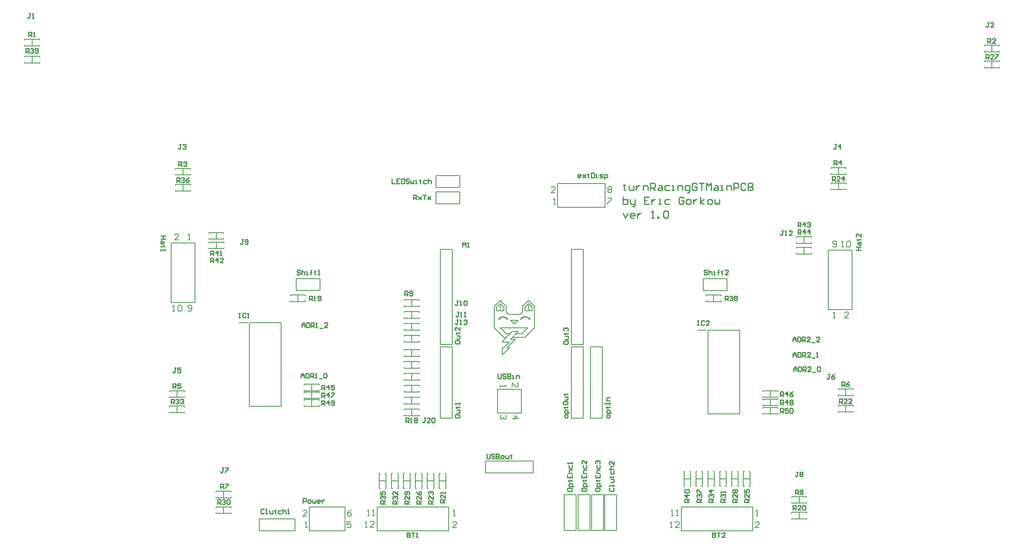
<source format=gto>
G04*
G04 #@! TF.GenerationSoftware,Altium Limited,Altium Designer,18.1.11 (251)*
G04*
G04 Layer_Color=65535*
%FSLAX25Y25*%
%MOIN*%
G70*
G01*
G75*
%ADD10C,0.01000*%
%ADD11C,0.00787*%
%ADD12C,0.00591*%
%ADD13C,0.00600*%
%ADD14C,0.00700*%
D10*
X497000Y246500D02*
X496378Y247260D01*
X495604Y247866D01*
X494718Y248289D01*
X493760Y248509D01*
X492777Y248514D01*
X491817Y248304D01*
X490926Y247890D01*
X490147Y247292D01*
X489517Y246538D01*
X478483Y246462D02*
X477861Y247222D01*
X477088Y247828D01*
X476201Y248251D01*
X475243Y248470D01*
X474261Y248475D01*
X473301Y248266D01*
X472409Y247852D01*
X471630Y247254D01*
X471000Y246500D01*
X576500Y359692D02*
Y358693D01*
X575500D01*
X577499D01*
X576500D01*
Y355694D01*
X577499Y354694D01*
X580498Y358693D02*
Y355694D01*
X581498Y354694D01*
X584497D01*
Y358693D01*
X586496D02*
Y354694D01*
Y356693D01*
X587496Y357693D01*
X588496Y358693D01*
X589496D01*
X592494Y354694D02*
Y358693D01*
X595494D01*
X596493Y357693D01*
Y354694D01*
X598493D02*
Y360692D01*
X601492D01*
X602491Y359692D01*
Y357693D01*
X601492Y356693D01*
X598493D01*
X600492D02*
X602491Y354694D01*
X605490Y358693D02*
X607490D01*
X608489Y357693D01*
Y354694D01*
X605490D01*
X604491Y355694D01*
X605490Y356693D01*
X608489D01*
X614487Y358693D02*
X611488D01*
X610489Y357693D01*
Y355694D01*
X611488Y354694D01*
X614487D01*
X616487D02*
X618486D01*
X617486D01*
Y358693D01*
X616487D01*
X621485Y354694D02*
Y358693D01*
X624484D01*
X625484Y357693D01*
Y354694D01*
X629483Y352695D02*
X630482D01*
X631482Y353694D01*
Y358693D01*
X628483D01*
X627483Y357693D01*
Y355694D01*
X628483Y354694D01*
X631482D01*
X637480Y359692D02*
X636480Y360692D01*
X634481D01*
X633481Y359692D01*
Y355694D01*
X634481Y354694D01*
X636480D01*
X637480Y355694D01*
Y357693D01*
X635481D01*
X639479Y360692D02*
X643478D01*
X641479D01*
Y354694D01*
X645477D02*
Y360692D01*
X647477Y358693D01*
X649476Y360692D01*
Y354694D01*
X652475Y358693D02*
X654474D01*
X655474Y357693D01*
Y354694D01*
X652475D01*
X651475Y355694D01*
X652475Y356693D01*
X655474D01*
X657474Y354694D02*
X659473D01*
X658473D01*
Y358693D01*
X657474D01*
X662472Y354694D02*
Y358693D01*
X665471D01*
X666471Y357693D01*
Y354694D01*
X668470D02*
Y360692D01*
X671469D01*
X672469Y359692D01*
Y357693D01*
X671469Y356693D01*
X668470D01*
X678467Y359692D02*
X677467Y360692D01*
X675468D01*
X674468Y359692D01*
Y355694D01*
X675468Y354694D01*
X677467D01*
X678467Y355694D01*
X680466Y360692D02*
Y354694D01*
X683465D01*
X684465Y355694D01*
Y356693D01*
X683465Y357693D01*
X680466D01*
X683465D01*
X684465Y358693D01*
Y359692D01*
X683465Y360692D01*
X680466D01*
X575500Y349095D02*
Y343097D01*
X578499D01*
X579499Y344097D01*
Y345096D01*
Y346096D01*
X578499Y347096D01*
X575500D01*
X581498D02*
Y344097D01*
X582498Y343097D01*
X585497D01*
Y342097D01*
X584497Y341098D01*
X583497D01*
X585497Y343097D02*
Y347096D01*
X597493Y349095D02*
X593494D01*
Y343097D01*
X597493D01*
X593494Y346096D02*
X595494D01*
X599492Y347096D02*
Y343097D01*
Y345096D01*
X600492Y346096D01*
X601492Y347096D01*
X602491D01*
X605490Y343097D02*
X607490D01*
X606490D01*
Y347096D01*
X605490D01*
X614487D02*
X611488D01*
X610489Y346096D01*
Y344097D01*
X611488Y343097D01*
X614487D01*
X626483Y348095D02*
X625484Y349095D01*
X623485D01*
X622485Y348095D01*
Y344097D01*
X623485Y343097D01*
X625484D01*
X626483Y344097D01*
Y346096D01*
X624484D01*
X629483Y343097D02*
X631482D01*
X632482Y344097D01*
Y346096D01*
X631482Y347096D01*
X629483D01*
X628483Y346096D01*
Y344097D01*
X629483Y343097D01*
X634481Y347096D02*
Y343097D01*
Y345096D01*
X635481Y346096D01*
X636480Y347096D01*
X637480D01*
X640479Y343097D02*
Y349095D01*
Y345096D02*
X643478Y347096D01*
X640479Y345096D02*
X643478Y343097D01*
X647477D02*
X649476D01*
X650476Y344097D01*
Y346096D01*
X649476Y347096D01*
X647477D01*
X646477Y346096D01*
Y344097D01*
X647477Y343097D01*
X652475Y347096D02*
Y344097D01*
X653475Y343097D01*
X654474Y344097D01*
X655474Y343097D01*
X656474Y344097D01*
Y347096D01*
X575500Y335499D02*
X577499Y331500D01*
X579499Y335499D01*
X584497Y331500D02*
X582498D01*
X581498Y332500D01*
Y334499D01*
X582498Y335499D01*
X584497D01*
X585497Y334499D01*
Y333499D01*
X581498D01*
X587496Y335499D02*
Y331500D01*
Y333499D01*
X588496Y334499D01*
X589496Y335499D01*
X590495D01*
X599492Y331500D02*
X601492D01*
X600492D01*
Y337498D01*
X599492Y336498D01*
X604491Y331500D02*
Y332500D01*
X605490D01*
Y331500D01*
X604491D01*
X609489Y336498D02*
X610489Y337498D01*
X612488D01*
X613488Y336498D01*
Y332500D01*
X612488Y331500D01*
X610489D01*
X609489Y332500D01*
Y336498D01*
X440700Y307000D02*
Y310936D01*
X442012Y309624D01*
X443324Y310936D01*
Y307000D01*
X444636D02*
X445948D01*
X445292D01*
Y310936D01*
X444636Y310280D01*
X461000Y133156D02*
Y129876D01*
X461656Y129220D01*
X462968D01*
X463624Y129876D01*
Y133156D01*
X467560Y132500D02*
X466904Y133156D01*
X465592D01*
X464936Y132500D01*
Y131844D01*
X465592Y131188D01*
X466904D01*
X467560Y130532D01*
Y129876D01*
X466904Y129220D01*
X465592D01*
X464936Y129876D01*
X468871Y133156D02*
Y129220D01*
X470839D01*
X471495Y129876D01*
Y130532D01*
X470839Y131188D01*
X468871D01*
X470839D01*
X471495Y131844D01*
Y132500D01*
X470839Y133156D01*
X468871D01*
X473463Y129220D02*
X474775D01*
X475431Y129876D01*
Y131188D01*
X474775Y131844D01*
X473463D01*
X472807Y131188D01*
Y129876D01*
X473463Y129220D01*
X476743Y131844D02*
Y129876D01*
X477399Y129220D01*
X479367D01*
Y131844D01*
X481335Y132500D02*
Y131844D01*
X480679D01*
X481991D01*
X481335D01*
Y129876D01*
X481991Y129220D01*
X470600Y200536D02*
Y197256D01*
X471256Y196600D01*
X472568D01*
X473224Y197256D01*
Y200536D01*
X477160Y199880D02*
X476504Y200536D01*
X475192D01*
X474536Y199880D01*
Y199224D01*
X475192Y198568D01*
X476504D01*
X477160Y197912D01*
Y197256D01*
X476504Y196600D01*
X475192D01*
X474536Y197256D01*
X478472Y200536D02*
Y196600D01*
X480439D01*
X481095Y197256D01*
Y197912D01*
X480439Y198568D01*
X478472D01*
X480439D01*
X481095Y199224D01*
Y199880D01*
X480439Y200536D01*
X478472D01*
X482407Y196600D02*
X483719D01*
X483063D01*
Y199224D01*
X482407D01*
X485687Y196600D02*
Y199224D01*
X487655D01*
X488311Y198568D01*
Y196600D01*
X539468Y365500D02*
X538156D01*
X537500Y366156D01*
Y367468D01*
X538156Y368124D01*
X539468D01*
X540124Y367468D01*
Y366812D01*
X537500D01*
X541436Y368124D02*
X544060Y365500D01*
X542748Y366812D01*
X544060Y368124D01*
X541436Y365500D01*
X546027Y368780D02*
Y368124D01*
X545371D01*
X546683D01*
X546027D01*
Y366156D01*
X546683Y365500D01*
X548651Y369436D02*
Y365500D01*
X550619D01*
X551275Y366156D01*
Y368780D01*
X550619Y369436D01*
X548651D01*
X552587Y365500D02*
X553899D01*
X553243D01*
Y368124D01*
X552587D01*
X555867Y365500D02*
X557835D01*
X558491Y366156D01*
X557835Y366812D01*
X556523D01*
X555867Y367468D01*
X556523Y368124D01*
X558491D01*
X559802Y364188D02*
Y368124D01*
X561770D01*
X562426Y367468D01*
Y366156D01*
X561770Y365500D01*
X559802D01*
X306900Y91900D02*
Y95836D01*
X308868D01*
X309524Y95180D01*
Y93868D01*
X308868Y93212D01*
X306900D01*
X311492Y91900D02*
X312804D01*
X313460Y92556D01*
Y93868D01*
X312804Y94524D01*
X311492D01*
X310836Y93868D01*
Y92556D01*
X311492Y91900D01*
X314772Y94524D02*
Y92556D01*
X315427Y91900D01*
X316083Y92556D01*
X316739Y91900D01*
X317395Y92556D01*
Y94524D01*
X320675Y91900D02*
X319363D01*
X318707Y92556D01*
Y93868D01*
X319363Y94524D01*
X320675D01*
X321331Y93868D01*
Y93212D01*
X318707D01*
X322643Y94524D02*
Y91900D01*
Y93212D01*
X323299Y93868D01*
X323955Y94524D01*
X324611D01*
X650478Y66936D02*
Y63000D01*
X652446D01*
X653102Y63656D01*
Y64312D01*
X652446Y64968D01*
X650478D01*
X652446D01*
X653102Y65624D01*
Y66280D01*
X652446Y66936D01*
X650478D01*
X654414D02*
X657038D01*
X655726D01*
Y63000D01*
X660974D02*
X658350D01*
X660974Y65624D01*
Y66280D01*
X660318Y66936D01*
X659006D01*
X658350Y66280D01*
X394000Y66936D02*
Y63000D01*
X395968D01*
X396624Y63656D01*
Y64312D01*
X395968Y64968D01*
X394000D01*
X395968D01*
X396624Y65624D01*
Y66280D01*
X395968Y66936D01*
X394000D01*
X397936D02*
X400560D01*
X399248D01*
Y63000D01*
X401871D02*
X403183D01*
X402527D01*
Y66936D01*
X401871Y66280D01*
X646124Y286980D02*
X645468Y287636D01*
X644156D01*
X643500Y286980D01*
Y286324D01*
X644156Y285668D01*
X645468D01*
X646124Y285012D01*
Y284356D01*
X645468Y283700D01*
X644156D01*
X643500Y284356D01*
X647436Y287636D02*
Y283700D01*
Y285668D01*
X648092Y286324D01*
X649404D01*
X650060Y285668D01*
Y283700D01*
X651371D02*
X652683D01*
X652027D01*
Y286324D01*
X651371D01*
X655307Y283700D02*
Y286980D01*
Y285668D01*
X654651D01*
X655963D01*
X655307D01*
Y286980D01*
X655963Y287636D01*
X658587Y286980D02*
Y286324D01*
X657931D01*
X659243D01*
X658587D01*
Y284356D01*
X659243Y283700D01*
X663835D02*
X661211D01*
X663835Y286324D01*
Y286980D01*
X663179Y287636D01*
X661867D01*
X661211Y286980D01*
X304324D02*
X303668Y287636D01*
X302356D01*
X301700Y286980D01*
Y286324D01*
X302356Y285668D01*
X303668D01*
X304324Y285012D01*
Y284356D01*
X303668Y283700D01*
X302356D01*
X301700Y284356D01*
X305636Y287636D02*
Y283700D01*
Y285668D01*
X306292Y286324D01*
X307604D01*
X308260Y285668D01*
Y283700D01*
X309572D02*
X310883D01*
X310227D01*
Y286324D01*
X309572D01*
X313507Y283700D02*
Y286980D01*
Y285668D01*
X312851D01*
X314163D01*
X313507D01*
Y286980D01*
X314163Y287636D01*
X316787Y286980D02*
Y286324D01*
X316131D01*
X317443D01*
X316787D01*
Y284356D01*
X317443Y283700D01*
X319411D02*
X320723D01*
X320067D01*
Y287636D01*
X319411Y286980D01*
X399500Y347000D02*
Y350936D01*
X401468D01*
X402124Y350280D01*
Y348968D01*
X401468Y348312D01*
X399500D01*
X400812D02*
X402124Y347000D01*
X403436Y349624D02*
X406060Y347000D01*
X404748Y348312D01*
X406060Y349624D01*
X403436Y347000D01*
X407372Y350936D02*
X409995D01*
X408683D01*
Y347000D01*
X411307Y349624D02*
X413931Y347000D01*
X412619Y348312D01*
X413931Y349624D01*
X411307Y347000D01*
X707500Y167500D02*
Y171436D01*
X709468D01*
X710124Y170780D01*
Y169468D01*
X709468Y168812D01*
X707500D01*
X708812D02*
X710124Y167500D01*
X714060Y171436D02*
X711436D01*
Y169468D01*
X712748Y170124D01*
X713404D01*
X714060Y169468D01*
Y168156D01*
X713404Y167500D01*
X712092D01*
X711436Y168156D01*
X715372Y170780D02*
X716027Y171436D01*
X717339D01*
X717995Y170780D01*
Y168156D01*
X717339Y167500D01*
X716027D01*
X715372Y168156D01*
Y170780D01*
X322457Y174000D02*
Y177936D01*
X324425D01*
X325080Y177280D01*
Y175968D01*
X324425Y175312D01*
X322457D01*
X323769D02*
X325080Y174000D01*
X328360D02*
Y177936D01*
X326392Y175968D01*
X329016D01*
X330328Y174656D02*
X330984Y174000D01*
X332296D01*
X332952Y174656D01*
Y177280D01*
X332296Y177936D01*
X330984D01*
X330328Y177280D01*
Y176624D01*
X330984Y175968D01*
X332952D01*
X707500Y174500D02*
Y178436D01*
X709468D01*
X710124Y177780D01*
Y176468D01*
X709468Y175812D01*
X707500D01*
X708812D02*
X710124Y174500D01*
X713404D02*
Y178436D01*
X711436Y176468D01*
X714060D01*
X715372Y177780D02*
X716027Y178436D01*
X717339D01*
X717995Y177780D01*
Y177124D01*
X717339Y176468D01*
X717995Y175812D01*
Y175156D01*
X717339Y174500D01*
X716027D01*
X715372Y175156D01*
Y175812D01*
X716027Y176468D01*
X715372Y177124D01*
Y177780D01*
X716027Y176468D02*
X717339D01*
X322500Y180500D02*
Y184436D01*
X324468D01*
X325124Y183780D01*
Y182468D01*
X324468Y181812D01*
X322500D01*
X323812D02*
X325124Y180500D01*
X328404D02*
Y184436D01*
X326436Y182468D01*
X329060D01*
X330371Y184436D02*
X332995D01*
Y183780D01*
X330371Y181156D01*
Y180500D01*
X707500Y181500D02*
Y185436D01*
X709468D01*
X710124Y184780D01*
Y183468D01*
X709468Y182812D01*
X707500D01*
X708812D02*
X710124Y181500D01*
X713404D02*
Y185436D01*
X711436Y183468D01*
X714060D01*
X717995Y185436D02*
X716683Y184780D01*
X715372Y183468D01*
Y182156D01*
X716027Y181500D01*
X717339D01*
X717995Y182156D01*
Y182812D01*
X717339Y183468D01*
X715372D01*
X322500Y187000D02*
Y190936D01*
X324468D01*
X325124Y190280D01*
Y188968D01*
X324468Y188312D01*
X322500D01*
X323812D02*
X325124Y187000D01*
X328404D02*
Y190936D01*
X326436Y188968D01*
X329060D01*
X332995Y190936D02*
X330371D01*
Y188968D01*
X331683Y189624D01*
X332339D01*
X332995Y188968D01*
Y187656D01*
X332339Y187000D01*
X331027D01*
X330371Y187656D01*
X722299Y317814D02*
Y321750D01*
X724267D01*
X724923Y321094D01*
Y319782D01*
X724267Y319126D01*
X722299D01*
X723611D02*
X724923Y317814D01*
X728202D02*
Y321750D01*
X726235Y319782D01*
X728858D01*
X732138Y317814D02*
Y321750D01*
X730170Y319782D01*
X732794D01*
X722299Y324000D02*
Y327936D01*
X724267D01*
X724923Y327280D01*
Y325968D01*
X724267Y325312D01*
X722299D01*
X723611D02*
X724923Y324000D01*
X728202D02*
Y327936D01*
X726235Y325968D01*
X728858D01*
X730170Y327280D02*
X730826Y327936D01*
X732138D01*
X732794Y327280D01*
Y326624D01*
X732138Y325968D01*
X731482D01*
X732138D01*
X732794Y325312D01*
Y324656D01*
X732138Y324000D01*
X730826D01*
X730170Y324656D01*
X229141Y294000D02*
Y297936D01*
X231109D01*
X231765Y297280D01*
Y295968D01*
X231109Y295312D01*
X229141D01*
X230453D02*
X231765Y294000D01*
X235045D02*
Y297936D01*
X233077Y295968D01*
X235701D01*
X239636Y294000D02*
X237013D01*
X239636Y296624D01*
Y297280D01*
X238981Y297936D01*
X237669D01*
X237013Y297280D01*
X229141Y299999D02*
Y303935D01*
X231109D01*
X231765Y303279D01*
Y301967D01*
X231109Y301311D01*
X229141D01*
X230453D02*
X231765Y299999D01*
X235045D02*
Y303935D01*
X233077Y301967D01*
X235701D01*
X237013Y299999D02*
X238325D01*
X237669D01*
Y303935D01*
X237013Y303279D01*
X631000Y92500D02*
X627064D01*
Y94468D01*
X627720Y95124D01*
X629032D01*
X629688Y94468D01*
Y92500D01*
Y93812D02*
X631000Y95124D01*
Y98404D02*
X627064D01*
X629032Y96436D01*
Y99060D01*
X627720Y100372D02*
X627064Y101028D01*
Y102339D01*
X627720Y102995D01*
X630344D01*
X631000Y102339D01*
Y101028D01*
X630344Y100372D01*
X627720D01*
X74000Y470206D02*
Y474142D01*
X75968D01*
X76624Y473486D01*
Y472174D01*
X75968Y471518D01*
X74000D01*
X75312D02*
X76624Y470206D01*
X77936Y473486D02*
X78592Y474142D01*
X79904D01*
X80560Y473486D01*
Y472830D01*
X79904Y472174D01*
X79248D01*
X79904D01*
X80560Y471518D01*
Y470862D01*
X79904Y470206D01*
X78592D01*
X77936Y470862D01*
X81871D02*
X82527Y470206D01*
X83839D01*
X84495Y470862D01*
Y473486D01*
X83839Y474142D01*
X82527D01*
X81871Y473486D01*
Y472830D01*
X82527Y472174D01*
X84495D01*
X661000Y262000D02*
Y265936D01*
X662968D01*
X663624Y265280D01*
Y263968D01*
X662968Y263312D01*
X661000D01*
X662312D02*
X663624Y262000D01*
X664936Y265280D02*
X665592Y265936D01*
X666904D01*
X667560Y265280D01*
Y264624D01*
X666904Y263968D01*
X666248D01*
X666904D01*
X667560Y263312D01*
Y262656D01*
X666904Y262000D01*
X665592D01*
X664936Y262656D01*
X668871Y265280D02*
X669527Y265936D01*
X670839D01*
X671495Y265280D01*
Y264624D01*
X670839Y263968D01*
X671495Y263312D01*
Y262656D01*
X670839Y262000D01*
X669527D01*
X668871Y262656D01*
Y263312D01*
X669527Y263968D01*
X668871Y264624D01*
Y265280D01*
X669527Y263968D02*
X670839D01*
X641500Y92500D02*
X637564D01*
Y94468D01*
X638220Y95124D01*
X639532D01*
X640188Y94468D01*
Y92500D01*
Y93812D02*
X641500Y95124D01*
X638220Y96436D02*
X637564Y97092D01*
Y98404D01*
X638220Y99060D01*
X638876D01*
X639532Y98404D01*
Y97748D01*
Y98404D01*
X640188Y99060D01*
X640844D01*
X641500Y98404D01*
Y97092D01*
X640844Y96436D01*
X637564Y100372D02*
Y102995D01*
X638220D01*
X640844Y100372D01*
X641500D01*
X200678Y361500D02*
Y365436D01*
X202645D01*
X203301Y364780D01*
Y363468D01*
X202645Y362812D01*
X200678D01*
X201990D02*
X203301Y361500D01*
X204613Y364780D02*
X205269Y365436D01*
X206581D01*
X207237Y364780D01*
Y364124D01*
X206581Y363468D01*
X205925D01*
X206581D01*
X207237Y362812D01*
Y362156D01*
X206581Y361500D01*
X205269D01*
X204613Y362156D01*
X211173Y365436D02*
X209861Y364780D01*
X208549Y363468D01*
Y362156D01*
X209205Y361500D01*
X210517D01*
X211173Y362156D01*
Y362812D01*
X210517Y363468D01*
X208549D01*
X375646Y91043D02*
X371710D01*
Y93011D01*
X372366Y93667D01*
X373678D01*
X374334Y93011D01*
Y91043D01*
Y92355D02*
X375646Y93667D01*
X372366Y94979D02*
X371710Y95635D01*
Y96947D01*
X372366Y97603D01*
X373022D01*
X373678Y96947D01*
Y96291D01*
Y96947D01*
X374334Y97603D01*
X374990D01*
X375646Y96947D01*
Y95635D01*
X374990Y94979D01*
X371710Y101539D02*
Y98915D01*
X373678D01*
X373022Y100227D01*
Y100883D01*
X373678Y101539D01*
X374990D01*
X375646Y100883D01*
Y99571D01*
X374990Y98915D01*
X651500Y92500D02*
X647564D01*
Y94468D01*
X648220Y95124D01*
X649532D01*
X650188Y94468D01*
Y92500D01*
Y93812D02*
X651500Y95124D01*
X648220Y96436D02*
X647564Y97092D01*
Y98404D01*
X648220Y99060D01*
X648876D01*
X649532Y98404D01*
Y97748D01*
Y98404D01*
X650188Y99060D01*
X650844D01*
X651500Y98404D01*
Y97092D01*
X650844Y96436D01*
X651500Y102339D02*
X647564D01*
X649532Y100372D01*
Y102995D01*
X196000Y175319D02*
Y179255D01*
X197968D01*
X198624Y178599D01*
Y177287D01*
X197968Y176631D01*
X196000D01*
X197312D02*
X198624Y175319D01*
X199936Y178599D02*
X200592Y179255D01*
X201904D01*
X202560Y178599D01*
Y177943D01*
X201904Y177287D01*
X201248D01*
X201904D01*
X202560Y176631D01*
Y175975D01*
X201904Y175319D01*
X200592D01*
X199936Y175975D01*
X203871Y178599D02*
X204527Y179255D01*
X205839D01*
X206495Y178599D01*
Y177943D01*
X205839Y177287D01*
X205183D01*
X205839D01*
X206495Y176631D01*
Y175975D01*
X205839Y175319D01*
X204527D01*
X203871Y175975D01*
X385953Y91000D02*
X382017D01*
Y92968D01*
X382673Y93624D01*
X383985D01*
X384641Y92968D01*
Y91000D01*
Y92312D02*
X385953Y93624D01*
X382673Y94936D02*
X382017Y95592D01*
Y96904D01*
X382673Y97560D01*
X383329D01*
X383985Y96904D01*
Y96248D01*
Y96904D01*
X384641Y97560D01*
X385297D01*
X385953Y96904D01*
Y95592D01*
X385297Y94936D01*
X385953Y101495D02*
Y98871D01*
X383329Y101495D01*
X382673D01*
X382017Y100839D01*
Y99527D01*
X382673Y98871D01*
X661500Y92500D02*
X657564D01*
Y94468D01*
X658220Y95124D01*
X659532D01*
X660188Y94468D01*
Y92500D01*
Y93812D02*
X661500Y95124D01*
X658220Y96436D02*
X657564Y97092D01*
Y98404D01*
X658220Y99060D01*
X658876D01*
X659532Y98404D01*
Y97748D01*
Y98404D01*
X660188Y99060D01*
X660844D01*
X661500Y98404D01*
Y97092D01*
X660844Y96436D01*
X661500Y100372D02*
Y101683D01*
Y101027D01*
X657564D01*
X658220Y100372D01*
X235000Y90793D02*
Y94729D01*
X236968D01*
X237624Y94073D01*
Y92761D01*
X236968Y92105D01*
X235000D01*
X236312D02*
X237624Y90793D01*
X238936Y94073D02*
X239592Y94729D01*
X240904D01*
X241560Y94073D01*
Y93417D01*
X240904Y92761D01*
X240248D01*
X240904D01*
X241560Y92105D01*
Y91449D01*
X240904Y90793D01*
X239592D01*
X238936Y91449D01*
X242871Y94073D02*
X243527Y94729D01*
X244839D01*
X245495Y94073D01*
Y91449D01*
X244839Y90793D01*
X243527D01*
X242871Y91449D01*
Y94073D01*
X396000Y91000D02*
X392064D01*
Y92968D01*
X392720Y93624D01*
X394032D01*
X394688Y92968D01*
Y91000D01*
Y92312D02*
X396000Y93624D01*
Y97560D02*
Y94936D01*
X393376Y97560D01*
X392720D01*
X392064Y96904D01*
Y95592D01*
X392720Y94936D01*
X395344Y98871D02*
X396000Y99527D01*
Y100839D01*
X395344Y101495D01*
X392720D01*
X392064Y100839D01*
Y99527D01*
X392720Y98871D01*
X393376D01*
X394032Y99527D01*
Y101495D01*
X671500Y92500D02*
X667564D01*
Y94468D01*
X668220Y95124D01*
X669532D01*
X670188Y94468D01*
Y92500D01*
Y93812D02*
X671500Y95124D01*
Y99060D02*
Y96436D01*
X668876Y99060D01*
X668220D01*
X667564Y98404D01*
Y97092D01*
X668220Y96436D01*
Y100372D02*
X667564Y101027D01*
Y102339D01*
X668220Y102995D01*
X668876D01*
X669532Y102339D01*
X670188Y102995D01*
X670844D01*
X671500Y102339D01*
Y101027D01*
X670844Y100372D01*
X670188D01*
X669532Y101027D01*
X668876Y100372D01*
X668220D01*
X669532Y101027D02*
Y102339D01*
X880000Y465206D02*
Y469142D01*
X881968D01*
X882624Y468486D01*
Y467174D01*
X881968Y466518D01*
X880000D01*
X881312D02*
X882624Y465206D01*
X886560D02*
X883936D01*
X886560Y467830D01*
Y468486D01*
X885904Y469142D01*
X884592D01*
X883936Y468486D01*
X887871Y469142D02*
X890495D01*
Y468486D01*
X887871Y465863D01*
Y465206D01*
X406000Y91000D02*
X402064D01*
Y92968D01*
X402720Y93624D01*
X404032D01*
X404688Y92968D01*
Y91000D01*
Y92312D02*
X406000Y93624D01*
Y97560D02*
Y94936D01*
X403376Y97560D01*
X402720D01*
X402064Y96904D01*
Y95592D01*
X402720Y94936D01*
X402064Y101495D02*
X402720Y100183D01*
X404032Y98871D01*
X405344D01*
X406000Y99527D01*
Y100839D01*
X405344Y101495D01*
X404688D01*
X404032Y100839D01*
Y98871D01*
X681354Y92500D02*
X677418D01*
Y94468D01*
X678074Y95124D01*
X679386D01*
X680042Y94468D01*
Y92500D01*
Y93812D02*
X681354Y95124D01*
Y99060D02*
Y96436D01*
X678730Y99060D01*
X678074D01*
X677418Y98404D01*
Y97092D01*
X678074Y96436D01*
X677418Y102995D02*
Y100372D01*
X679386D01*
X678730Y101683D01*
Y102339D01*
X679386Y102995D01*
X680698D01*
X681354Y102339D01*
Y101027D01*
X680698Y100372D01*
X751000Y362596D02*
Y366531D01*
X752968D01*
X753624Y365875D01*
Y364563D01*
X752968Y363907D01*
X751000D01*
X752312D02*
X753624Y362596D01*
X757560D02*
X754936D01*
X757560Y365219D01*
Y365875D01*
X756904Y366531D01*
X755592D01*
X754936Y365875D01*
X760839Y362596D02*
Y366531D01*
X758872Y364563D01*
X761495D01*
X416000Y91000D02*
X412064D01*
Y92968D01*
X412720Y93624D01*
X414032D01*
X414688Y92968D01*
Y91000D01*
Y92312D02*
X416000Y93624D01*
Y97560D02*
Y94936D01*
X413376Y97560D01*
X412720D01*
X412064Y96904D01*
Y95592D01*
X412720Y94936D01*
Y98871D02*
X412064Y99527D01*
Y100839D01*
X412720Y101495D01*
X413376D01*
X414032Y100839D01*
Y100183D01*
Y100839D01*
X414688Y101495D01*
X415344D01*
X416000Y100839D01*
Y99527D01*
X415344Y98871D01*
X757000Y175617D02*
Y179553D01*
X758968D01*
X759624Y178897D01*
Y177585D01*
X758968Y176929D01*
X757000D01*
X758312D02*
X759624Y175617D01*
X763560D02*
X760936D01*
X763560Y178241D01*
Y178897D01*
X762904Y179553D01*
X761592D01*
X760936Y178897D01*
X767495Y175617D02*
X764872D01*
X767495Y178241D01*
Y178897D01*
X766839Y179553D01*
X765527D01*
X764872Y178897D01*
X426000Y92043D02*
X422064D01*
Y94011D01*
X422720Y94667D01*
X424032D01*
X424688Y94011D01*
Y92043D01*
Y93355D02*
X426000Y94667D01*
Y98603D02*
Y95979D01*
X423376Y98603D01*
X422720D01*
X422064Y97947D01*
Y96635D01*
X422720Y95979D01*
X426000Y99915D02*
Y101227D01*
Y100571D01*
X422064D01*
X422720Y99915D01*
X718221Y86000D02*
Y89936D01*
X720189D01*
X720845Y89280D01*
Y87968D01*
X720189Y87312D01*
X718221D01*
X719532D02*
X720845Y86000D01*
X724780D02*
X722156D01*
X724780Y88624D01*
Y89280D01*
X724124Y89936D01*
X722812D01*
X722156Y89280D01*
X726092D02*
X726748Y89936D01*
X728060D01*
X728716Y89280D01*
Y86656D01*
X728060Y86000D01*
X726748D01*
X726092Y86656D01*
Y89280D01*
X312000Y262000D02*
Y265936D01*
X313968D01*
X314624Y265280D01*
Y263968D01*
X313968Y263312D01*
X312000D01*
X313312D02*
X314624Y262000D01*
X315936D02*
X317248D01*
X316592D01*
Y265936D01*
X315936Y265280D01*
X319215Y262656D02*
X319871Y262000D01*
X321183D01*
X321839Y262656D01*
Y265280D01*
X321183Y265936D01*
X319871D01*
X319215Y265280D01*
Y264624D01*
X319871Y263968D01*
X321839D01*
X393000Y159500D02*
Y163436D01*
X394968D01*
X395624Y162780D01*
Y161468D01*
X394968Y160812D01*
X393000D01*
X394312D02*
X395624Y159500D01*
X396936D02*
X398248D01*
X397592D01*
Y163436D01*
X396936Y162780D01*
X400215D02*
X400872Y163436D01*
X402183D01*
X402839Y162780D01*
Y162124D01*
X402183Y161468D01*
X402839Y160812D01*
Y160156D01*
X402183Y159500D01*
X400872D01*
X400215Y160156D01*
Y160812D01*
X400872Y161468D01*
X400215Y162124D01*
Y162780D01*
X400872Y161468D02*
X402183D01*
X392243Y266100D02*
Y270036D01*
X394211D01*
X394867Y269380D01*
Y268068D01*
X394211Y267412D01*
X392243D01*
X393555D02*
X394867Y266100D01*
X396179Y266756D02*
X396835Y266100D01*
X398147D01*
X398803Y266756D01*
Y269380D01*
X398147Y270036D01*
X396835D01*
X396179Y269380D01*
Y268724D01*
X396835Y268068D01*
X398803D01*
X720000Y99010D02*
Y102945D01*
X721968D01*
X722624Y102289D01*
Y100978D01*
X721968Y100322D01*
X720000D01*
X721312D02*
X722624Y99010D01*
X723936Y102289D02*
X724592Y102945D01*
X725904D01*
X726560Y102289D01*
Y101634D01*
X725904Y100978D01*
X726560Y100322D01*
Y99666D01*
X725904Y99010D01*
X724592D01*
X723936Y99666D01*
Y100322D01*
X724592Y100978D01*
X723936Y101634D01*
Y102289D01*
X724592Y100978D02*
X725904D01*
X237500Y104000D02*
Y107936D01*
X239468D01*
X240124Y107280D01*
Y105968D01*
X239468Y105312D01*
X237500D01*
X238812D02*
X240124Y104000D01*
X241436Y107936D02*
X244060D01*
Y107280D01*
X241436Y104656D01*
Y104000D01*
X759000Y189818D02*
Y193754D01*
X760968D01*
X761624Y193098D01*
Y191786D01*
X760968Y191130D01*
X759000D01*
X760312D02*
X761624Y189818D01*
X765560Y193754D02*
X764248Y193098D01*
X762936Y191786D01*
Y190474D01*
X763592Y189818D01*
X764904D01*
X765560Y190474D01*
Y191130D01*
X764904Y191786D01*
X762936D01*
X197546Y188334D02*
Y192269D01*
X199513D01*
X200169Y191613D01*
Y190301D01*
X199513Y189646D01*
X197546D01*
X198857D02*
X200169Y188334D01*
X204105Y192269D02*
X201481D01*
Y190301D01*
X202793Y190957D01*
X203449D01*
X204105Y190301D01*
Y188989D01*
X203449Y188334D01*
X202137D01*
X201481Y188989D01*
X752500Y376000D02*
Y379936D01*
X754468D01*
X755124Y379280D01*
Y377968D01*
X754468Y377312D01*
X752500D01*
X753812D02*
X755124Y376000D01*
X758404D02*
Y379936D01*
X756436Y377968D01*
X759060D01*
X202589Y375000D02*
Y378936D01*
X204557D01*
X205213Y378280D01*
Y376968D01*
X204557Y376312D01*
X202589D01*
X203901D02*
X205213Y375000D01*
X206524Y378280D02*
X207181Y378936D01*
X208492D01*
X209148Y378280D01*
Y377624D01*
X208492Y376968D01*
X207836D01*
X208492D01*
X209148Y376312D01*
Y375656D01*
X208492Y375000D01*
X207181D01*
X206524Y375656D01*
X881500Y478500D02*
Y482436D01*
X883468D01*
X884124Y481780D01*
Y480468D01*
X883468Y479812D01*
X881500D01*
X882812D02*
X884124Y478500D01*
X888060D02*
X885436D01*
X888060Y481124D01*
Y481780D01*
X887404Y482436D01*
X886092D01*
X885436Y481780D01*
X76500Y484000D02*
Y487936D01*
X78468D01*
X79124Y487280D01*
Y485968D01*
X78468Y485312D01*
X76500D01*
X77812D02*
X79124Y484000D01*
X80436D02*
X81748D01*
X81092D01*
Y487936D01*
X80436Y487280D01*
X525564Y227468D02*
Y226156D01*
X526220Y225500D01*
X528844D01*
X529500Y226156D01*
Y227468D01*
X528844Y228124D01*
X526220D01*
X525564Y227468D01*
X526876Y229436D02*
X528844D01*
X529500Y230092D01*
Y232060D01*
X526876D01*
X526220Y234027D02*
X526876D01*
Y233371D01*
Y234683D01*
Y234027D01*
X528844D01*
X529500Y234683D01*
X526220Y236651D02*
X525564Y237307D01*
Y238619D01*
X526220Y239275D01*
X526876D01*
X527532Y238619D01*
Y237963D01*
Y238619D01*
X528188Y239275D01*
X528844D01*
X529500Y238619D01*
Y237307D01*
X528844Y236651D01*
X434564Y227787D02*
Y226475D01*
X435220Y225819D01*
X437844D01*
X438500Y226475D01*
Y227787D01*
X437844Y228443D01*
X435220D01*
X434564Y227787D01*
X435876Y229755D02*
X437844D01*
X438500Y230411D01*
Y232379D01*
X435876D01*
X435220Y234346D02*
X435876D01*
Y233690D01*
Y235002D01*
Y234346D01*
X437844D01*
X438500Y235002D01*
Y239594D02*
Y236970D01*
X435876Y239594D01*
X435220D01*
X434564Y238938D01*
Y237626D01*
X435220Y236970D01*
X434564Y165468D02*
Y164156D01*
X435220Y163500D01*
X437844D01*
X438500Y164156D01*
Y165468D01*
X437844Y166124D01*
X435220D01*
X434564Y165468D01*
X435876Y167436D02*
X437844D01*
X438500Y168092D01*
Y170060D01*
X435876D01*
X435220Y172027D02*
X435876D01*
Y171371D01*
Y172683D01*
Y172027D01*
X437844D01*
X438500Y172683D01*
Y174651D02*
Y175963D01*
Y175307D01*
X434564D01*
X435220Y174651D01*
X529000Y164156D02*
Y165468D01*
X528344Y166124D01*
X527032D01*
X526376Y165468D01*
Y164156D01*
X527032Y163500D01*
X528344D01*
X529000Y164156D01*
X530312Y167436D02*
X526376D01*
Y169404D01*
X527032Y170060D01*
X528344D01*
X529000Y169404D01*
Y167436D01*
X525720Y172027D02*
X526376D01*
Y171371D01*
Y172683D01*
Y172027D01*
X528344D01*
X529000Y172683D01*
X525064Y176619D02*
Y175307D01*
X525720Y174651D01*
X528344D01*
X529000Y175307D01*
Y176619D01*
X528344Y177275D01*
X525720D01*
X525064Y176619D01*
X526376Y178587D02*
X528344D01*
X529000Y179243D01*
Y181211D01*
X526376D01*
X525720Y183179D02*
X526376D01*
Y182523D01*
Y183835D01*
Y183179D01*
X528344D01*
X529000Y183835D01*
X564500Y164156D02*
Y165468D01*
X563844Y166124D01*
X562532D01*
X561876Y165468D01*
Y164156D01*
X562532Y163500D01*
X563844D01*
X564500Y164156D01*
X565812Y167436D02*
X561876D01*
Y169404D01*
X562532Y170060D01*
X563844D01*
X564500Y169404D01*
Y167436D01*
X561220Y172027D02*
X561876D01*
Y171371D01*
Y172683D01*
Y172027D01*
X563844D01*
X564500Y172683D01*
X560564Y174651D02*
Y175963D01*
Y175307D01*
X564500D01*
Y174651D01*
Y175963D01*
Y177931D02*
X561876D01*
Y179899D01*
X562532Y180555D01*
X564500D01*
X552276Y103789D02*
Y102477D01*
X552932Y101821D01*
X555556D01*
X556212Y102477D01*
Y103789D01*
X555556Y104445D01*
X552932D01*
X552276Y103789D01*
X557523Y105757D02*
X553588D01*
Y107724D01*
X554244Y108380D01*
X555556D01*
X556212Y107724D01*
Y105757D01*
X552932Y110348D02*
X553588D01*
Y109692D01*
Y111004D01*
Y110348D01*
X555556D01*
X556212Y111004D01*
X552276Y115596D02*
Y112972D01*
X556212D01*
Y115596D01*
X554244Y112972D02*
Y114284D01*
X556212Y116908D02*
X553588D01*
Y118876D01*
X554244Y119532D01*
X556212D01*
X553588Y123467D02*
Y121500D01*
X554244Y120844D01*
X555556D01*
X556212Y121500D01*
Y123467D01*
X552932Y124779D02*
X552276Y125435D01*
Y126747D01*
X552932Y127403D01*
X553588D01*
X554244Y126747D01*
Y126091D01*
Y126747D01*
X554900Y127403D01*
X555556D01*
X556212Y126747D01*
Y125435D01*
X555556Y124779D01*
X540776Y103789D02*
Y102477D01*
X541432Y101821D01*
X544056D01*
X544712Y102477D01*
Y103789D01*
X544056Y104445D01*
X541432D01*
X540776Y103789D01*
X546024Y105757D02*
X542088D01*
Y107724D01*
X542744Y108380D01*
X544056D01*
X544712Y107724D01*
Y105757D01*
X541432Y110348D02*
X542088D01*
Y109692D01*
Y111004D01*
Y110348D01*
X544056D01*
X544712Y111004D01*
X540776Y115596D02*
Y112972D01*
X544712D01*
Y115596D01*
X542744Y112972D02*
Y114284D01*
X544712Y116908D02*
X542088D01*
Y118876D01*
X542744Y119532D01*
X544712D01*
X542088Y123467D02*
Y121500D01*
X542744Y120844D01*
X544056D01*
X544712Y121500D01*
Y123467D01*
Y127403D02*
Y124779D01*
X542088Y127403D01*
X541432D01*
X540776Y126747D01*
Y125435D01*
X541432Y124779D01*
X528776Y103789D02*
Y102477D01*
X529432Y101821D01*
X532056D01*
X532712Y102477D01*
Y103789D01*
X532056Y104445D01*
X529432D01*
X528776Y103789D01*
X534024Y105757D02*
X530088D01*
Y107724D01*
X530744Y108380D01*
X532056D01*
X532712Y107724D01*
Y105757D01*
X529432Y110348D02*
X530088D01*
Y109692D01*
Y111004D01*
Y110348D01*
X532056D01*
X532712Y111004D01*
X528776Y115596D02*
Y112972D01*
X532712D01*
Y115596D01*
X530744Y112972D02*
Y114284D01*
X532712Y116908D02*
X530088D01*
Y118876D01*
X530744Y119532D01*
X532712D01*
X530088Y123467D02*
Y121500D01*
X530744Y120844D01*
X532056D01*
X532712Y121500D01*
Y123467D01*
Y124779D02*
Y126091D01*
Y125435D01*
X528776D01*
X529432Y124779D01*
X381500Y364436D02*
Y360500D01*
X384124D01*
X388060Y364436D02*
X385436D01*
Y360500D01*
X388060D01*
X385436Y362468D02*
X386748D01*
X389371Y364436D02*
Y360500D01*
X391339D01*
X391995Y361156D01*
Y363780D01*
X391339Y364436D01*
X389371D01*
X395931Y363780D02*
X395275Y364436D01*
X393963D01*
X393307Y363780D01*
Y363124D01*
X393963Y362468D01*
X395275D01*
X395931Y361812D01*
Y361156D01*
X395275Y360500D01*
X393963D01*
X393307Y361156D01*
X397243Y363124D02*
Y361156D01*
X397899Y360500D01*
X398555Y361156D01*
X399211Y360500D01*
X399867Y361156D01*
Y363124D01*
X401179Y360500D02*
X402491D01*
X401835D01*
Y363124D01*
X401179D01*
X405114Y363780D02*
Y363124D01*
X404459D01*
X405770D01*
X405114D01*
Y361156D01*
X405770Y360500D01*
X410362Y363124D02*
X408394D01*
X407738Y362468D01*
Y361156D01*
X408394Y360500D01*
X410362D01*
X411674Y364436D02*
Y360500D01*
Y362468D01*
X412330Y363124D01*
X413642D01*
X414298Y362468D01*
Y360500D01*
X409624Y163436D02*
X408312D01*
X408968D01*
Y160156D01*
X408312Y159500D01*
X407656D01*
X407000Y160156D01*
X413560Y159500D02*
X410936D01*
X413560Y162124D01*
Y162780D01*
X412904Y163436D01*
X411592D01*
X410936Y162780D01*
X414872D02*
X415527Y163436D01*
X416839D01*
X417495Y162780D01*
Y160156D01*
X416839Y159500D01*
X415527D01*
X414872Y160156D01*
Y162780D01*
X437124Y245936D02*
X435812D01*
X436468D01*
Y242656D01*
X435812Y242000D01*
X435156D01*
X434500Y242656D01*
X438436Y242000D02*
X439748D01*
X439092D01*
Y245936D01*
X438436Y245280D01*
X441715D02*
X442372Y245936D01*
X443683D01*
X444339Y245280D01*
Y244624D01*
X443683Y243968D01*
X443027D01*
X443683D01*
X444339Y243312D01*
Y242656D01*
X443683Y242000D01*
X442372D01*
X441715Y242656D01*
X710124Y320936D02*
X708812D01*
X709468D01*
Y317656D01*
X708812Y317000D01*
X708156D01*
X707500Y317656D01*
X711436Y317000D02*
X712748D01*
X712092D01*
Y320936D01*
X711436Y320280D01*
X717339Y317000D02*
X714715D01*
X717339Y319624D01*
Y320280D01*
X716683Y320936D01*
X715372D01*
X714715Y320280D01*
X437624Y252436D02*
X436312D01*
X436968D01*
Y249156D01*
X436312Y248500D01*
X435656D01*
X435000Y249156D01*
X438936Y248500D02*
X440248D01*
X439592D01*
Y252436D01*
X438936Y251780D01*
X442215Y248500D02*
X443527D01*
X442872D01*
Y252436D01*
X442215Y251780D01*
X437124Y261936D02*
X435812D01*
X436468D01*
Y258656D01*
X435812Y258000D01*
X435156D01*
X434500Y258656D01*
X438436Y258000D02*
X439748D01*
X439092D01*
Y261936D01*
X438436Y261280D01*
X441715D02*
X442372Y261936D01*
X443683D01*
X444339Y261280D01*
Y258656D01*
X443683Y258000D01*
X442372D01*
X441715Y258656D01*
Y261280D01*
X256624Y313414D02*
X255312D01*
X255968D01*
Y310135D01*
X255312Y309478D01*
X254656D01*
X254000Y310135D01*
X257936D02*
X258592Y309478D01*
X259904D01*
X260560Y310135D01*
Y312758D01*
X259904Y313414D01*
X258592D01*
X257936Y312758D01*
Y312102D01*
X258592Y311446D01*
X260560D01*
X722580Y117936D02*
X721269D01*
X721925D01*
Y114656D01*
X721269Y114000D01*
X720613D01*
X719957Y114656D01*
X723892Y117280D02*
X724548Y117936D01*
X725860D01*
X726516Y117280D01*
Y116624D01*
X725860Y115968D01*
X726516Y115312D01*
Y114656D01*
X725860Y114000D01*
X724548D01*
X723892Y114656D01*
Y115312D01*
X724548Y115968D01*
X723892Y116624D01*
Y117280D01*
X724548Y115968D02*
X725860D01*
X240124Y121436D02*
X238812D01*
X239468D01*
Y118156D01*
X238812Y117500D01*
X238156D01*
X237500Y118156D01*
X241436Y121436D02*
X244060D01*
Y120780D01*
X241436Y118156D01*
Y117500D01*
X749124Y200031D02*
X747812D01*
X748468D01*
Y196752D01*
X747812Y196096D01*
X747156D01*
X746500Y196752D01*
X753060Y200031D02*
X751748Y199375D01*
X750436Y198064D01*
Y196752D01*
X751092Y196096D01*
X752404D01*
X753060Y196752D01*
Y197407D01*
X752404Y198064D01*
X750436D01*
X200124Y205436D02*
X198812D01*
X199468D01*
Y202156D01*
X198812Y201500D01*
X198156D01*
X197500Y202156D01*
X204060Y205436D02*
X201436D01*
Y203468D01*
X202748Y204124D01*
X203404D01*
X204060Y203468D01*
Y202156D01*
X203404Y201500D01*
X202092D01*
X201436Y202156D01*
X754624Y393436D02*
X753312D01*
X753968D01*
Y390156D01*
X753312Y389500D01*
X752656D01*
X752000Y390156D01*
X757904Y389500D02*
Y393436D01*
X755936Y391468D01*
X758560D01*
X204580Y393436D02*
X203269D01*
X203925D01*
Y390156D01*
X203269Y389500D01*
X202613D01*
X201957Y390156D01*
X205892Y392780D02*
X206548Y393436D01*
X207860D01*
X208516Y392780D01*
Y392124D01*
X207860Y391468D01*
X207204D01*
X207860D01*
X208516Y390812D01*
Y390156D01*
X207860Y389500D01*
X206548D01*
X205892Y390156D01*
X882624Y495936D02*
X881312D01*
X881968D01*
Y492656D01*
X881312Y492000D01*
X880656D01*
X880000Y492656D01*
X886560Y492000D02*
X883936D01*
X886560Y494624D01*
Y495280D01*
X885904Y495936D01*
X884592D01*
X883936Y495280D01*
X78124Y503436D02*
X76812D01*
X77468D01*
Y500156D01*
X76812Y499500D01*
X76156D01*
X75500Y500156D01*
X79436Y499500D02*
X80748D01*
X80092D01*
Y503436D01*
X79436Y502780D01*
X637900Y245236D02*
X639212D01*
X638556D01*
Y241300D01*
X637900D01*
X639212D01*
X643804Y244580D02*
X643148Y245236D01*
X641836D01*
X641180Y244580D01*
Y241956D01*
X641836Y241300D01*
X643148D01*
X643804Y241956D01*
X647739Y241300D02*
X645116D01*
X647739Y243924D01*
Y244580D01*
X647083Y245236D01*
X645772D01*
X645116Y244580D01*
X252850Y251605D02*
X254162D01*
X253506D01*
Y247669D01*
X252850D01*
X254162D01*
X258754Y250949D02*
X258098Y251605D01*
X256786D01*
X256130Y250949D01*
Y248325D01*
X256786Y247669D01*
X258098D01*
X258754Y248325D01*
X260066Y247669D02*
X261377D01*
X260721D01*
Y251605D01*
X260066Y250949D01*
X771064Y304500D02*
X775000D01*
X773032D01*
Y307124D01*
X771064D01*
X775000D01*
X772376Y309092D02*
Y310404D01*
X773032Y311060D01*
X775000D01*
Y309092D01*
X774344Y308436D01*
X773688Y309092D01*
Y311060D01*
X771720Y313027D02*
X772376D01*
Y312371D01*
Y313683D01*
Y313027D01*
X774344D01*
X775000Y313683D01*
Y318275D02*
Y315651D01*
X772376Y318275D01*
X771720D01*
X771064Y317619D01*
Y316307D01*
X771720Y315651D01*
X191436Y316423D02*
X187500D01*
X189468D01*
Y313799D01*
X191436D01*
X187500D01*
X190124Y311831D02*
Y310519D01*
X189468Y309863D01*
X187500D01*
Y311831D01*
X188156Y312487D01*
X188812Y311831D01*
Y309863D01*
X190780Y307895D02*
X190124D01*
Y308551D01*
Y307239D01*
Y307895D01*
X188156D01*
X187500Y307239D01*
Y305272D02*
Y303960D01*
Y304616D01*
X191436D01*
X190780Y305272D01*
X564432Y104445D02*
X563776Y103789D01*
Y102477D01*
X564432Y101821D01*
X567056D01*
X567712Y102477D01*
Y103789D01*
X567056Y104445D01*
X567712Y105757D02*
Y107069D01*
Y106413D01*
X563776D01*
Y105757D01*
X565088Y109036D02*
X567056D01*
X567712Y109692D01*
Y111660D01*
X565088D01*
X564432Y113628D02*
X565088D01*
Y112972D01*
Y114284D01*
Y113628D01*
X567056D01*
X567712Y114284D01*
X565088Y118876D02*
Y116908D01*
X565744Y116252D01*
X567056D01*
X567712Y116908D01*
Y118876D01*
X563776Y120188D02*
X567712D01*
X565744D01*
X565088Y120844D01*
Y122155D01*
X565744Y122811D01*
X567712D01*
Y126747D02*
Y124123D01*
X565088Y126747D01*
X564432D01*
X563776Y126091D01*
Y124779D01*
X564432Y124123D01*
X274124Y86220D02*
X273468Y86876D01*
X272156D01*
X271500Y86220D01*
Y83596D01*
X272156Y82940D01*
X273468D01*
X274124Y83596D01*
X275436Y82940D02*
X276748D01*
X276092D01*
Y86876D01*
X275436D01*
X278715Y85564D02*
Y83596D01*
X279372Y82940D01*
X281339D01*
Y85564D01*
X283307Y86220D02*
Y85564D01*
X282651D01*
X283963D01*
X283307D01*
Y83596D01*
X283963Y82940D01*
X288555Y85564D02*
X286587D01*
X285931Y84908D01*
Y83596D01*
X286587Y82940D01*
X288555D01*
X289867Y86876D02*
Y82940D01*
Y84908D01*
X290523Y85564D01*
X291835D01*
X292491Y84908D01*
Y82940D01*
X293802D02*
X295114D01*
X294459D01*
Y86876D01*
X293802Y86220D01*
X718000Y227500D02*
Y230124D01*
X719312Y231436D01*
X720624Y230124D01*
Y227500D01*
Y229468D01*
X718000D01*
X721936Y231436D02*
Y227500D01*
X723904D01*
X724560Y228156D01*
Y230780D01*
X723904Y231436D01*
X721936D01*
X725872Y227500D02*
Y231436D01*
X727839D01*
X728495Y230780D01*
Y229468D01*
X727839Y228812D01*
X725872D01*
X727183D02*
X728495Y227500D01*
X732431D02*
X729807D01*
X732431Y230124D01*
Y230780D01*
X731775Y231436D01*
X730463D01*
X729807Y230780D01*
X733743Y226844D02*
X736367D01*
X740303Y227500D02*
X737679D01*
X740303Y230124D01*
Y230780D01*
X739647Y231436D01*
X738335D01*
X737679Y230780D01*
X718221Y214500D02*
Y217124D01*
X719532Y218436D01*
X720844Y217124D01*
Y214500D01*
Y216468D01*
X718221D01*
X722156Y218436D02*
Y214500D01*
X724124D01*
X724780Y215156D01*
Y217780D01*
X724124Y218436D01*
X722156D01*
X726092Y214500D02*
Y218436D01*
X728060D01*
X728716Y217780D01*
Y216468D01*
X728060Y215812D01*
X726092D01*
X727404D02*
X728716Y214500D01*
X732652D02*
X730028D01*
X732652Y217124D01*
Y217780D01*
X731996Y218436D01*
X730684D01*
X730028Y217780D01*
X733964Y213844D02*
X736587D01*
X737899Y214500D02*
X739211D01*
X738555D01*
Y218436D01*
X737899Y217780D01*
X718669Y202500D02*
Y205124D01*
X719980Y206436D01*
X721292Y205124D01*
Y202500D01*
Y204468D01*
X718669D01*
X722604Y206436D02*
Y202500D01*
X724572D01*
X725228Y203156D01*
Y205780D01*
X724572Y206436D01*
X722604D01*
X726540Y202500D02*
Y206436D01*
X728508D01*
X729164Y205780D01*
Y204468D01*
X728508Y203812D01*
X726540D01*
X727852D02*
X729164Y202500D01*
X733100D02*
X730476D01*
X733100Y205124D01*
Y205780D01*
X732444Y206436D01*
X731132D01*
X730476Y205780D01*
X734412Y201844D02*
X737035D01*
X738347Y205780D02*
X739003Y206436D01*
X740315D01*
X740971Y205780D01*
Y203156D01*
X740315Y202500D01*
X739003D01*
X738347Y203156D01*
Y205780D01*
X305692Y239500D02*
Y242124D01*
X307004Y243436D01*
X308316Y242124D01*
Y239500D01*
Y241468D01*
X305692D01*
X309628Y243436D02*
Y239500D01*
X311596D01*
X312252Y240156D01*
Y242780D01*
X311596Y243436D01*
X309628D01*
X313564Y239500D02*
Y243436D01*
X315532D01*
X316188Y242780D01*
Y241468D01*
X315532Y240812D01*
X313564D01*
X314876D02*
X316188Y239500D01*
X317499D02*
X318811D01*
X318155D01*
Y243436D01*
X317499Y242780D01*
X320779Y238844D02*
X323403D01*
X327339Y239500D02*
X324715D01*
X327339Y242124D01*
Y242780D01*
X326683Y243436D01*
X325371D01*
X324715Y242780D01*
X305192Y197000D02*
Y199624D01*
X306504Y200936D01*
X307816Y199624D01*
Y197000D01*
Y198968D01*
X305192D01*
X309128Y200936D02*
Y197000D01*
X311096D01*
X311752Y197656D01*
Y200280D01*
X311096Y200936D01*
X309128D01*
X313064Y197000D02*
Y200936D01*
X315032D01*
X315687Y200280D01*
Y198968D01*
X315032Y198312D01*
X313064D01*
X314376D02*
X315687Y197000D01*
X316999D02*
X318311D01*
X317655D01*
Y200936D01*
X316999Y200280D01*
X320279Y196344D02*
X322903D01*
X324215Y200280D02*
X324871Y200936D01*
X326183D01*
X326839Y200280D01*
Y197656D01*
X326183Y197000D01*
X324871D01*
X324215Y197656D01*
Y200280D01*
D11*
X624500Y68500D02*
X684500D01*
X624500D02*
Y88500D01*
X684500D01*
Y68500D02*
Y88500D01*
X369000Y68500D02*
X429000D01*
X369000D02*
Y88500D01*
X429000D01*
Y68500D02*
Y88500D01*
X460000Y127000D02*
X500000D01*
Y117000D02*
Y127000D01*
X460000Y117000D02*
X500000D01*
X460000D02*
Y127000D01*
X469993Y187543D02*
X489993D01*
X469993Y167543D02*
Y187543D01*
Y167543D02*
X489993D01*
Y187543D01*
X520500Y340500D02*
Y360500D01*
Y340500D02*
X560500D01*
Y360500D01*
X520500D02*
X560500D01*
X549212Y68821D02*
X559212D01*
Y98822D01*
X549212D02*
X559212D01*
X549212Y68821D02*
Y98822D01*
X537712Y68821D02*
X547712D01*
Y98822D01*
X537712D02*
X547712D01*
X537712Y68821D02*
Y98822D01*
X526212Y68821D02*
X536212D01*
Y98822D01*
X526212D02*
X536212D01*
X526212Y68821D02*
Y98822D01*
X418500Y343500D02*
Y353500D01*
Y343500D02*
X438500D01*
Y353500D01*
X418500D02*
X438500D01*
X418500Y357000D02*
Y367000D01*
Y357000D02*
X438500D01*
Y367000D01*
X418500D02*
X438500D01*
X747912Y254421D02*
X767912D01*
X747912D02*
Y304421D01*
X767912D01*
Y254421D02*
Y304421D01*
X196089Y310329D02*
X216089D01*
Y260329D02*
Y310329D01*
X196089Y260329D02*
X216089D01*
X196089D02*
Y310329D01*
X312000Y68500D02*
Y88500D01*
Y68500D02*
X342000D01*
Y88500D01*
X312000D02*
X342000D01*
X548000Y163000D02*
Y223000D01*
X558000D01*
Y163000D02*
Y223000D01*
X548000Y163000D02*
X558000D01*
X532000Y225000D02*
Y305000D01*
X542000D01*
Y225000D02*
Y305000D01*
X532000Y225000D02*
X542000D01*
X422000D02*
Y305000D01*
X432000D01*
Y225000D02*
Y305000D01*
X422000Y225000D02*
X432000D01*
X422000Y163000D02*
Y223000D01*
X432000D01*
Y163000D02*
Y223000D01*
X422000Y163000D02*
X432000D01*
X532000D02*
Y223000D01*
X542000D01*
Y163000D02*
Y223000D01*
X532000Y163000D02*
X542000D01*
X560212Y98799D02*
X570212D01*
X560212Y68799D02*
Y98799D01*
Y68799D02*
X570212D01*
Y98799D01*
X270000Y68500D02*
Y78500D01*
Y68500D02*
X300001D01*
Y78500D01*
X270000D02*
X300001D01*
X301103Y270332D02*
X321103D01*
X301103D02*
Y280332D01*
X321103D01*
Y270332D02*
Y280332D01*
X642897Y270332D02*
X662897D01*
X642897D02*
Y280332D01*
X662897D01*
Y270332D02*
Y280332D01*
X646614Y237236D02*
X673386D01*
Y166764D02*
Y237236D01*
X646614Y166764D02*
X673386D01*
X646614D02*
Y237236D01*
X637953Y237157D02*
X645236D01*
X261614Y243555D02*
X288386D01*
Y173083D02*
Y243555D01*
X261614Y173083D02*
X288386D01*
X261614D02*
Y243555D01*
X252953Y243476D02*
X260236D01*
D12*
X227657Y313744D02*
Y314500D01*
Y313744D02*
X240256D01*
Y314500D01*
Y318500D02*
Y319256D01*
X227657D02*
X240256D01*
X227657Y318500D02*
Y319256D01*
X233957Y313744D02*
Y319256D01*
X240299Y310500D02*
Y311256D01*
X227701D02*
X240299D01*
X227701Y310500D02*
Y311256D01*
Y305744D02*
Y306500D01*
Y305744D02*
X240299D01*
Y306500D01*
X234000Y305744D02*
Y311256D01*
X721201Y301244D02*
Y302000D01*
Y301244D02*
X733799D01*
Y302000D01*
Y306000D02*
Y306756D01*
X721201D02*
X733799D01*
X721201Y306000D02*
Y306756D01*
X727500Y301244D02*
Y306756D01*
X733799Y315000D02*
Y315756D01*
X721201D02*
X733799D01*
X721201Y315000D02*
Y315756D01*
Y310244D02*
Y311000D01*
Y310244D02*
X733799D01*
Y311000D01*
X727500Y310244D02*
Y315756D01*
X404299Y242000D02*
Y242756D01*
X391701D02*
X404299D01*
X391701Y242000D02*
Y242756D01*
Y237244D02*
Y238000D01*
Y237244D02*
X404299D01*
Y238000D01*
X398000Y237244D02*
Y242756D01*
X404299Y180000D02*
Y180756D01*
X391701D02*
X404299D01*
X391701Y180000D02*
Y180756D01*
Y175244D02*
Y176000D01*
Y175244D02*
X404299D01*
Y176000D01*
X398000Y175244D02*
Y180756D01*
Y165244D02*
Y170756D01*
X404299Y165244D02*
Y166000D01*
X391701Y165244D02*
X404299D01*
X391701D02*
Y166000D01*
Y170000D02*
Y170756D01*
X404299D01*
Y170000D02*
Y170756D01*
X207388Y185500D02*
Y186256D01*
X194790D02*
X207388D01*
X194790Y185500D02*
Y186256D01*
Y180744D02*
Y181500D01*
Y180744D02*
X207388D01*
Y181500D01*
X201089Y180744D02*
Y186256D01*
X699000Y173744D02*
Y179256D01*
X705299Y173744D02*
Y174500D01*
X692701Y173744D02*
X705299D01*
X692701D02*
Y174500D01*
Y178500D02*
Y179256D01*
X705299D01*
Y178500D02*
Y179256D01*
X246299Y101000D02*
Y101756D01*
X233701D02*
X246299D01*
X233701Y101000D02*
Y101756D01*
Y96244D02*
Y97000D01*
Y96244D02*
X246299D01*
Y97000D01*
X240000Y96244D02*
Y101756D01*
X85799Y481000D02*
Y481756D01*
X73201D02*
X85799D01*
X73201Y481000D02*
Y481756D01*
Y476244D02*
Y477000D01*
Y476244D02*
X85799D01*
Y477000D01*
X79500Y476244D02*
Y481756D01*
X212388Y372500D02*
Y373256D01*
X199790D02*
X212388D01*
X199790Y372500D02*
Y373256D01*
Y367744D02*
Y368500D01*
Y367744D02*
X212388D01*
Y368500D01*
X206089Y367744D02*
Y373256D01*
X717201Y91744D02*
Y92500D01*
Y91744D02*
X729799D01*
Y92500D01*
Y96500D02*
Y97256D01*
X717201D02*
X729799D01*
X717201Y96500D02*
Y97256D01*
X723500Y91744D02*
Y97256D01*
X750201Y368244D02*
Y369000D01*
Y368244D02*
X762799D01*
Y369000D01*
Y373000D02*
Y373756D01*
X750201D02*
X762799D01*
X750201Y373000D02*
Y373756D01*
X756500Y368244D02*
Y373756D01*
X729799Y83293D02*
Y84049D01*
X717201D02*
X729799D01*
X717201Y83293D02*
Y84049D01*
Y78537D02*
Y79293D01*
Y78537D02*
X729799D01*
Y79293D01*
X723500Y78537D02*
Y84049D01*
X756201Y182244D02*
Y183000D01*
Y182244D02*
X768799D01*
Y183000D01*
Y187000D02*
Y187756D01*
X756201D02*
X768799D01*
X756201Y187000D02*
Y187756D01*
X762500Y182244D02*
Y187756D01*
X878701Y471244D02*
Y472000D01*
Y471244D02*
X891299D01*
Y472000D01*
Y476000D02*
Y476756D01*
X878701D02*
X891299D01*
X878701Y476000D02*
Y476756D01*
X885000Y471244D02*
Y476756D01*
Y457951D02*
Y463462D01*
X891299Y457951D02*
Y458707D01*
X878701Y457951D02*
X891299D01*
X878701D02*
Y458707D01*
Y462707D02*
Y463462D01*
X891299D01*
Y462707D02*
Y463462D01*
X626744Y112000D02*
X632256D01*
X631500Y118299D02*
X632256D01*
Y105701D02*
Y118299D01*
X631500Y105701D02*
X632256D01*
X626744D02*
X627500D01*
X626744D02*
Y118299D01*
X627500D01*
X646744Y112000D02*
X652256D01*
X651500Y118299D02*
X652256D01*
Y105701D02*
Y118299D01*
X651500Y105701D02*
X652256D01*
X646744D02*
X647500D01*
X646744D02*
Y118299D01*
X647500D01*
X651500Y261244D02*
Y266756D01*
X657799Y261244D02*
Y262000D01*
X645201Y261244D02*
X657799D01*
X645201D02*
Y262000D01*
Y266000D02*
Y266756D01*
X657799D01*
Y266000D02*
Y266756D01*
X666744Y112000D02*
X672256D01*
X671500Y118299D02*
X672256D01*
Y105701D02*
Y118299D01*
X671500Y105701D02*
X672256D01*
X666744D02*
X667500D01*
X666744D02*
Y118299D01*
X667500D01*
X79500Y461951D02*
Y467462D01*
X73201Y466707D02*
Y467462D01*
X85799D01*
Y466707D02*
Y467462D01*
Y461951D02*
Y462707D01*
X73201Y461951D02*
X85799D01*
X73201D02*
Y462707D01*
X194790Y167861D02*
Y168617D01*
Y167861D02*
X207388D01*
Y168617D01*
Y172617D02*
Y173373D01*
X194790D02*
X207388D01*
X194790Y172617D02*
Y173373D01*
X201089Y167861D02*
Y173373D01*
X762500Y168361D02*
Y173873D01*
X768799Y168361D02*
Y169117D01*
X756201Y168361D02*
X768799D01*
X756201D02*
Y169117D01*
Y173117D02*
Y173873D01*
X768799D01*
Y173117D02*
Y173873D01*
X314000Y179744D02*
Y185256D01*
X320299Y179744D02*
Y180500D01*
X307701Y179744D02*
X320299D01*
X307701D02*
Y180500D01*
Y184500D02*
Y185256D01*
X320299D01*
Y184500D02*
Y185256D01*
X381244Y116799D02*
X382000D01*
X381244Y104201D02*
Y116799D01*
Y104201D02*
X382000D01*
X386000D02*
X386756D01*
Y116799D01*
X386000D02*
X386756D01*
X381244Y110500D02*
X386756D01*
X401244D02*
X406756D01*
X406000Y116799D02*
X406756D01*
Y104201D02*
Y116799D01*
X406000Y104201D02*
X406756D01*
X401244D02*
X402000D01*
X401244D02*
Y116799D01*
X402000D01*
X421244Y110500D02*
X426756D01*
X426000Y116799D02*
X426756D01*
Y104201D02*
Y116799D01*
X426000Y104201D02*
X426756D01*
X421244D02*
X422000D01*
X421244D02*
Y116799D01*
X422000D01*
X705299Y171500D02*
Y172256D01*
X692701D02*
X705299D01*
X692701Y171500D02*
Y172256D01*
Y166744D02*
Y167500D01*
Y166744D02*
X705299D01*
Y167500D01*
X699000Y166744D02*
Y172256D01*
X705299Y185500D02*
Y186256D01*
X692701D02*
X705299D01*
X692701Y185500D02*
Y186256D01*
Y180744D02*
Y181500D01*
Y180744D02*
X705299D01*
Y181500D01*
X699000Y180744D02*
Y186256D01*
X636744Y118299D02*
X637500D01*
X636744Y105701D02*
Y118299D01*
Y105701D02*
X637500D01*
X641500D02*
X642256D01*
Y118299D01*
X641500D02*
X642256D01*
X636744Y112000D02*
X642256D01*
X676598Y118299D02*
X677354D01*
X676598Y105701D02*
Y118299D01*
Y105701D02*
X677354D01*
X681354D02*
X682110D01*
Y118299D01*
X681354D02*
X682110D01*
X676598Y112000D02*
X682110D01*
X656744Y118299D02*
X657500D01*
X656744Y105701D02*
Y118299D01*
Y105701D02*
X657500D01*
X661500D02*
X662256D01*
Y118299D01*
X661500D02*
X662256D01*
X656744Y112000D02*
X662256D01*
X320299Y191000D02*
Y191756D01*
X307701D02*
X320299D01*
X307701Y191000D02*
Y191756D01*
Y186244D02*
Y187000D01*
Y186244D02*
X320299D01*
Y187000D01*
X314000Y186244D02*
Y191756D01*
X320299Y178000D02*
Y178756D01*
X307701D02*
X320299D01*
X307701Y178000D02*
Y178756D01*
Y173244D02*
Y174000D01*
Y173244D02*
X320299D01*
Y174000D01*
X314000Y173244D02*
Y178756D01*
X296201Y261244D02*
Y262000D01*
Y261244D02*
X308799D01*
Y262000D01*
Y266000D02*
Y266756D01*
X296201D02*
X308799D01*
X296201Y266000D02*
Y266756D01*
X302500Y261244D02*
Y266756D01*
X762799Y360095D02*
Y360851D01*
X750201D02*
X762799D01*
X750201Y360095D02*
Y360851D01*
Y355340D02*
Y356095D01*
Y355340D02*
X762799D01*
Y356095D01*
X756500Y355340D02*
Y360851D01*
X411244Y116799D02*
X412000D01*
X411244Y104201D02*
Y116799D01*
Y104201D02*
X412000D01*
X416000D02*
X416756D01*
Y116799D01*
X416000D02*
X416756D01*
X411244Y110500D02*
X416756D01*
X233701Y83037D02*
Y83793D01*
Y83037D02*
X246299D01*
Y83793D01*
Y87793D02*
Y88549D01*
X233701D02*
X246299D01*
X233701Y87793D02*
Y88549D01*
X240000Y83037D02*
Y88549D01*
X391244Y116799D02*
X392000D01*
X391244Y104201D02*
Y116799D01*
Y104201D02*
X392000D01*
X396000D02*
X396756D01*
Y116799D01*
X396000D02*
X396756D01*
X391244Y110500D02*
X396756D01*
X199790Y354244D02*
Y355000D01*
Y354244D02*
X212388D01*
Y355000D01*
Y359000D02*
Y359756D01*
X199790D02*
X212388D01*
X199790Y359000D02*
Y359756D01*
X206089Y354244D02*
Y359756D01*
X370890Y116799D02*
X371646D01*
X370890Y104201D02*
Y116799D01*
Y104201D02*
X371646D01*
X375646D02*
X376402D01*
Y116799D01*
X375646D02*
X376402D01*
X370890Y110500D02*
X376402D01*
X398000Y205244D02*
Y210756D01*
X404299Y205244D02*
Y206000D01*
X391701Y205244D02*
X404299D01*
X391701D02*
Y206000D01*
Y210000D02*
Y210756D01*
X404299D01*
Y210000D02*
Y210756D01*
X398000Y215244D02*
Y220756D01*
X404299Y215244D02*
Y216000D01*
X391701Y215244D02*
X404299D01*
X391701D02*
Y216000D01*
Y220000D02*
Y220756D01*
X404299D01*
Y220000D02*
Y220756D01*
X398000Y185244D02*
Y190756D01*
X404299Y185244D02*
Y186000D01*
X391701Y185244D02*
X404299D01*
X391701D02*
Y186000D01*
Y190000D02*
Y190756D01*
X404299D01*
Y190000D02*
Y190756D01*
X398000Y195244D02*
Y200756D01*
X404299Y195244D02*
Y196000D01*
X391701Y195244D02*
X404299D01*
X391701D02*
Y196000D01*
Y200000D02*
Y200756D01*
X404299D01*
Y200000D02*
Y200756D01*
X398000Y247244D02*
Y252756D01*
X404299Y247244D02*
Y248000D01*
X391701Y247244D02*
X404299D01*
X391701D02*
Y248000D01*
Y252000D02*
Y252756D01*
X404299D01*
Y252000D02*
Y252756D01*
X398000Y257244D02*
Y262756D01*
X404299Y257244D02*
Y258000D01*
X391701Y257244D02*
X404299D01*
X391701D02*
Y258000D01*
Y262000D02*
Y262756D01*
X404299D01*
Y262000D02*
Y262756D01*
X398000Y227244D02*
Y232756D01*
X404299Y227244D02*
Y228000D01*
X391701Y227244D02*
X404299D01*
X391701D02*
Y228000D01*
Y232000D02*
Y232756D01*
X404299D01*
Y232000D02*
Y232756D01*
D13*
X496000Y254500D02*
Y258000D01*
X472500Y254500D02*
Y258000D01*
X484000Y242500D02*
X484500D01*
X486750Y244750D02*
X487500Y245500D01*
X484500Y242500D02*
X485250Y243250D01*
X486750Y244750D01*
X486500Y245500D02*
X487500D01*
X481000D02*
X486500D01*
X481000D02*
X484000Y242500D01*
X467500Y249000D02*
Y257000D01*
X472500Y262000D01*
X477500Y257000D01*
Y252500D02*
Y257000D01*
Y252500D02*
X479500Y250500D01*
X489000D01*
X491000Y252500D01*
Y257000D01*
X496000Y262000D01*
X501000Y257000D01*
Y249000D02*
Y257000D01*
Y239000D02*
Y249000D01*
X493000Y231000D02*
X501000Y239000D01*
X467500D02*
X475500Y231000D01*
X467500Y239000D02*
Y249000D01*
X469500Y256500D02*
X472500Y259500D01*
X469500Y253500D02*
Y256500D01*
Y253500D02*
X475500D01*
Y256500D01*
X472500Y259500D02*
X475500Y256500D01*
X493000D02*
X496000Y259500D01*
X493000Y253500D02*
Y256500D01*
Y253500D02*
X499000D01*
Y256500D01*
X496000Y259500D02*
X499000Y256500D01*
X472500Y239000D02*
X477500Y234000D01*
X490500D02*
X495500Y239000D01*
X472500D02*
X495500D01*
X482500Y236000D02*
X487500D01*
X481000Y229500D02*
X487500Y236000D01*
X481000Y229500D02*
X485000D01*
X478000Y222500D02*
X485000Y229500D01*
X478000Y222500D02*
X480000D01*
X474000Y216500D02*
X480000Y222500D01*
X474000Y216500D02*
Y221500D01*
Y222500D01*
X475500D01*
X480000Y227000D01*
X474000D02*
X479000D01*
X480000D01*
X476500Y230000D02*
X482500Y236000D01*
X474000Y227500D02*
X476500Y230000D01*
X474000Y227000D02*
Y227500D01*
X477500Y234000D02*
X480500D01*
X475500Y231000D02*
X477500D01*
X482500D02*
X493000D01*
X485500Y234000D02*
X490500D01*
D14*
X615152Y71000D02*
X616818D01*
X615985D01*
Y75998D01*
X615152Y75165D01*
X622649Y71000D02*
X619317D01*
X622649Y74332D01*
Y75165D01*
X621816Y75998D01*
X620150D01*
X619317Y75165D01*
X616000Y81000D02*
X617666D01*
X616833D01*
Y85998D01*
X616000Y85165D01*
X620165Y81000D02*
X621832D01*
X620998D01*
Y85998D01*
X620165Y85165D01*
X687112Y81000D02*
X688778D01*
X687945D01*
Y85998D01*
X687112Y85165D01*
X689832Y71000D02*
X686500D01*
X689832Y74332D01*
Y75165D01*
X688999Y75998D01*
X687333D01*
X686500Y75165D01*
X359000Y71500D02*
X360666D01*
X359833D01*
Y76498D01*
X359000Y75665D01*
X366498Y71500D02*
X363165D01*
X366498Y74832D01*
Y75665D01*
X365665Y76498D01*
X363998D01*
X363165Y75665D01*
X361047Y81000D02*
X362713D01*
X361880D01*
Y85998D01*
X361047Y85165D01*
X365212Y81000D02*
X366878D01*
X366045D01*
Y85998D01*
X365212Y85165D01*
X433000Y81000D02*
X434666D01*
X433833D01*
Y85998D01*
X433000Y85165D01*
X435832Y71000D02*
X432500D01*
X435832Y74332D01*
Y75165D01*
X434999Y75998D01*
X433333D01*
X432500Y75165D01*
X482355Y162839D02*
X487353D01*
X484854Y165339D01*
Y162006D01*
X476678Y165732D02*
X477511Y164899D01*
Y163233D01*
X476678Y162400D01*
X475845D01*
X475012Y163233D01*
Y164066D01*
Y163233D01*
X474179Y162400D01*
X473345D01*
X472512Y163233D01*
Y164899D01*
X473345Y165732D01*
X482355Y189565D02*
Y192897D01*
X485687Y189565D01*
X486520D01*
X487353Y190398D01*
Y192064D01*
X486520Y192897D01*
X472512Y190929D02*
Y189263D01*
Y190096D01*
X477511D01*
X476678Y190929D01*
X518478Y352862D02*
X515146D01*
X518478Y356194D01*
Y357028D01*
X517645Y357861D01*
X515979D01*
X515146Y357028D01*
X517114Y343020D02*
X518780D01*
X517947D01*
Y348018D01*
X517114Y347185D01*
X562705Y357028D02*
X563538Y357861D01*
X565204D01*
X566037Y357028D01*
Y356194D01*
X565204Y355361D01*
X566037Y354528D01*
Y353695D01*
X565204Y352862D01*
X563538D01*
X562705Y353695D01*
Y354528D01*
X563538Y355361D01*
X562705Y356194D01*
Y357028D01*
X563538Y355361D02*
X565204D01*
X562311Y348018D02*
X565643D01*
Y347185D01*
X562311Y343853D01*
Y343020D01*
X751500Y307925D02*
X752333Y307091D01*
X753999D01*
X754832Y307925D01*
Y311257D01*
X753999Y312090D01*
X752333D01*
X751500Y311257D01*
Y310424D01*
X752333Y309591D01*
X754832D01*
X759000Y307091D02*
X760666D01*
X759833D01*
Y312090D01*
X759000Y311257D01*
X763165D02*
X763998Y312090D01*
X765664D01*
X766498Y311257D01*
Y307925D01*
X765664Y307091D01*
X763998D01*
X763165Y307925D01*
Y311257D01*
X764832Y247410D02*
X761500D01*
X764832Y250742D01*
Y251575D01*
X763999Y252408D01*
X762333D01*
X761500Y251575D01*
X752000Y247410D02*
X753666D01*
X752833D01*
Y252408D01*
X752000Y251575D01*
X210000Y253833D02*
X210833Y253000D01*
X212499D01*
X213332Y253833D01*
Y257165D01*
X212499Y257998D01*
X210833D01*
X210000Y257165D01*
Y256332D01*
X210833Y255499D01*
X213332D01*
X197500Y253000D02*
X199166D01*
X198333D01*
Y257998D01*
X197500Y257165D01*
X201665D02*
X202498Y257998D01*
X204165D01*
X204998Y257165D01*
Y253833D01*
X204165Y253000D01*
X202498D01*
X201665Y253833D01*
Y257165D01*
X202332Y313000D02*
X199000D01*
X202332Y316332D01*
Y317165D01*
X201499Y317998D01*
X199833D01*
X199000Y317165D01*
X210500Y313000D02*
X212166D01*
X211333D01*
Y317998D01*
X210500Y317165D01*
X347143Y76018D02*
X343811D01*
Y73519D01*
X345477Y74352D01*
X346310D01*
X347143Y73519D01*
Y71853D01*
X346310Y71020D01*
X344644D01*
X343811Y71853D01*
X347537Y85861D02*
X345871Y85027D01*
X344205Y83361D01*
Y81695D01*
X345038Y80862D01*
X346704D01*
X347537Y81695D01*
Y82528D01*
X346704Y83361D01*
X344205D01*
X309978Y80862D02*
X306646D01*
X309978Y84194D01*
Y85027D01*
X309145Y85861D01*
X307479D01*
X306646Y85027D01*
X308614Y71020D02*
X310280D01*
X309447D01*
Y76018D01*
X308614Y75185D01*
M02*

</source>
